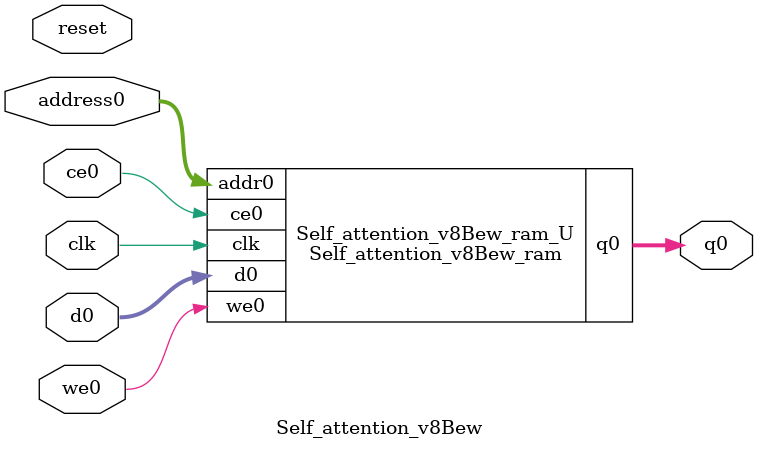
<source format=v>
`timescale 1 ns / 1 ps
module Self_attention_v8Bew_ram (addr0, ce0, d0, we0, q0,  clk);

parameter DWIDTH = 32;
parameter AWIDTH = 4;
parameter MEM_SIZE = 9;

input[AWIDTH-1:0] addr0;
input ce0;
input[DWIDTH-1:0] d0;
input we0;
output reg[DWIDTH-1:0] q0;
input clk;

(* ram_style = "distributed" *)reg [DWIDTH-1:0] ram[0:MEM_SIZE-1];




always @(posedge clk)  
begin 
    if (ce0) begin
        if (we0) 
            ram[addr0] <= d0; 
        q0 <= ram[addr0];
    end
end


endmodule

`timescale 1 ns / 1 ps
module Self_attention_v8Bew(
    reset,
    clk,
    address0,
    ce0,
    we0,
    d0,
    q0);

parameter DataWidth = 32'd32;
parameter AddressRange = 32'd9;
parameter AddressWidth = 32'd4;
input reset;
input clk;
input[AddressWidth - 1:0] address0;
input ce0;
input we0;
input[DataWidth - 1:0] d0;
output[DataWidth - 1:0] q0;



Self_attention_v8Bew_ram Self_attention_v8Bew_ram_U(
    .clk( clk ),
    .addr0( address0 ),
    .ce0( ce0 ),
    .we0( we0 ),
    .d0( d0 ),
    .q0( q0 ));

endmodule


</source>
